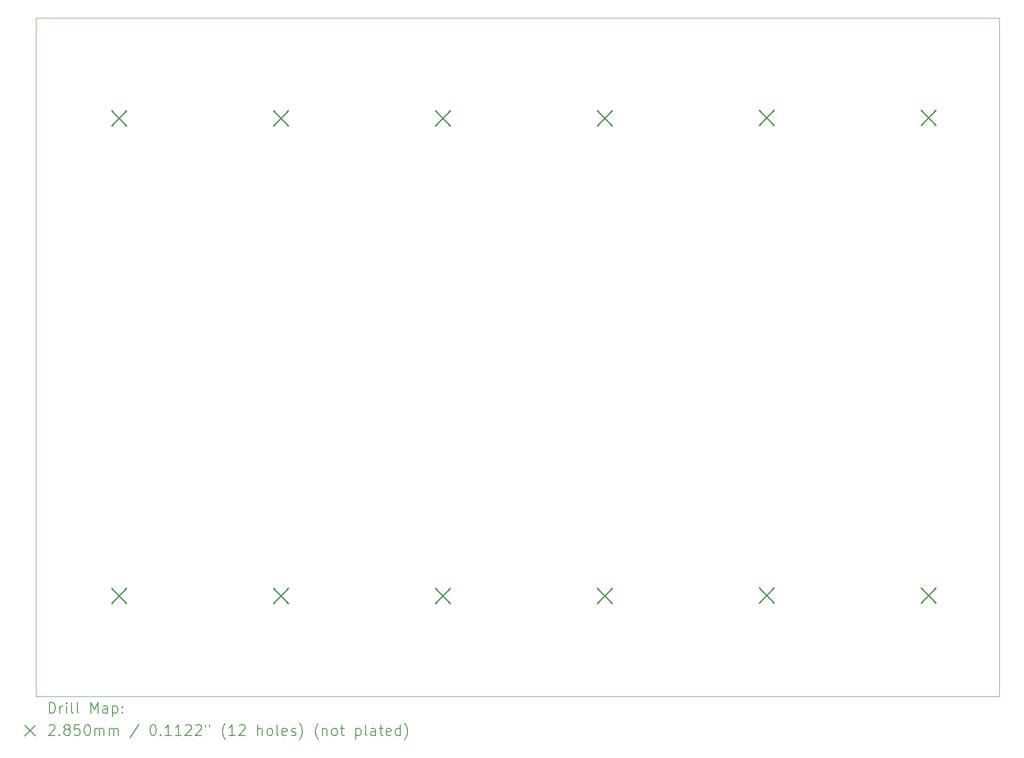
<source format=gbr>
%TF.GenerationSoftware,KiCad,Pcbnew,7.0.5*%
%TF.CreationDate,2023-12-07T16:07:00+01:00*%
%TF.ProjectId,Z80-Backplane,5a38302d-4261-4636-9b70-6c616e652e6b,rev?*%
%TF.SameCoordinates,Original*%
%TF.FileFunction,Drillmap*%
%TF.FilePolarity,Positive*%
%FSLAX45Y45*%
G04 Gerber Fmt 4.5, Leading zero omitted, Abs format (unit mm)*
G04 Created by KiCad (PCBNEW 7.0.5) date 2023-12-07 16:07:00*
%MOMM*%
%LPD*%
G01*
G04 APERTURE LIST*
%ADD10C,0.100000*%
%ADD11C,0.200000*%
%ADD12C,0.285000*%
G04 APERTURE END LIST*
D10*
X22800000Y-4740000D02*
X22800000Y-17520000D01*
X4660000Y-4740000D02*
X4660000Y-11120000D01*
X4660000Y-11120000D02*
X4660000Y-17520000D01*
X4660000Y-17520000D02*
X22800000Y-17520000D01*
X22800000Y-4740000D02*
X4660000Y-4740000D01*
D11*
D12*
X6081500Y-6482500D02*
X6366500Y-6767500D01*
X6366500Y-6482500D02*
X6081500Y-6767500D01*
X6081500Y-15482500D02*
X6366500Y-15767500D01*
X6366500Y-15482500D02*
X6081500Y-15767500D01*
X9129500Y-6482500D02*
X9414500Y-6767500D01*
X9414500Y-6482500D02*
X9129500Y-6767500D01*
X9129500Y-15482500D02*
X9414500Y-15767500D01*
X9414500Y-15482500D02*
X9129500Y-15767500D01*
X12177500Y-6482500D02*
X12462500Y-6767500D01*
X12462500Y-6482500D02*
X12177500Y-6767500D01*
X12177500Y-15482500D02*
X12462500Y-15767500D01*
X12462500Y-15482500D02*
X12177500Y-15767500D01*
X15225500Y-6482500D02*
X15510500Y-6767500D01*
X15510500Y-6482500D02*
X15225500Y-6767500D01*
X15225500Y-15482500D02*
X15510500Y-15767500D01*
X15510500Y-15482500D02*
X15225500Y-15767500D01*
X18273500Y-6474500D02*
X18558500Y-6759500D01*
X18558500Y-6474500D02*
X18273500Y-6759500D01*
X18273500Y-15474500D02*
X18558500Y-15759500D01*
X18558500Y-15474500D02*
X18273500Y-15759500D01*
X21321500Y-6477500D02*
X21606500Y-6762500D01*
X21606500Y-6477500D02*
X21321500Y-6762500D01*
X21321500Y-15477500D02*
X21606500Y-15762500D01*
X21606500Y-15477500D02*
X21321500Y-15762500D01*
D11*
X4915777Y-17836484D02*
X4915777Y-17636484D01*
X4915777Y-17636484D02*
X4963396Y-17636484D01*
X4963396Y-17636484D02*
X4991967Y-17646008D01*
X4991967Y-17646008D02*
X5011015Y-17665055D01*
X5011015Y-17665055D02*
X5020539Y-17684103D01*
X5020539Y-17684103D02*
X5030063Y-17722198D01*
X5030063Y-17722198D02*
X5030063Y-17750770D01*
X5030063Y-17750770D02*
X5020539Y-17788865D01*
X5020539Y-17788865D02*
X5011015Y-17807912D01*
X5011015Y-17807912D02*
X4991967Y-17826960D01*
X4991967Y-17826960D02*
X4963396Y-17836484D01*
X4963396Y-17836484D02*
X4915777Y-17836484D01*
X5115777Y-17836484D02*
X5115777Y-17703150D01*
X5115777Y-17741246D02*
X5125301Y-17722198D01*
X5125301Y-17722198D02*
X5134824Y-17712674D01*
X5134824Y-17712674D02*
X5153872Y-17703150D01*
X5153872Y-17703150D02*
X5172920Y-17703150D01*
X5239586Y-17836484D02*
X5239586Y-17703150D01*
X5239586Y-17636484D02*
X5230063Y-17646008D01*
X5230063Y-17646008D02*
X5239586Y-17655531D01*
X5239586Y-17655531D02*
X5249110Y-17646008D01*
X5249110Y-17646008D02*
X5239586Y-17636484D01*
X5239586Y-17636484D02*
X5239586Y-17655531D01*
X5363396Y-17836484D02*
X5344348Y-17826960D01*
X5344348Y-17826960D02*
X5334824Y-17807912D01*
X5334824Y-17807912D02*
X5334824Y-17636484D01*
X5468158Y-17836484D02*
X5449110Y-17826960D01*
X5449110Y-17826960D02*
X5439586Y-17807912D01*
X5439586Y-17807912D02*
X5439586Y-17636484D01*
X5696729Y-17836484D02*
X5696729Y-17636484D01*
X5696729Y-17636484D02*
X5763396Y-17779341D01*
X5763396Y-17779341D02*
X5830062Y-17636484D01*
X5830062Y-17636484D02*
X5830062Y-17836484D01*
X6011015Y-17836484D02*
X6011015Y-17731722D01*
X6011015Y-17731722D02*
X6001491Y-17712674D01*
X6001491Y-17712674D02*
X5982443Y-17703150D01*
X5982443Y-17703150D02*
X5944348Y-17703150D01*
X5944348Y-17703150D02*
X5925301Y-17712674D01*
X6011015Y-17826960D02*
X5991967Y-17836484D01*
X5991967Y-17836484D02*
X5944348Y-17836484D01*
X5944348Y-17836484D02*
X5925301Y-17826960D01*
X5925301Y-17826960D02*
X5915777Y-17807912D01*
X5915777Y-17807912D02*
X5915777Y-17788865D01*
X5915777Y-17788865D02*
X5925301Y-17769817D01*
X5925301Y-17769817D02*
X5944348Y-17760293D01*
X5944348Y-17760293D02*
X5991967Y-17760293D01*
X5991967Y-17760293D02*
X6011015Y-17750770D01*
X6106253Y-17703150D02*
X6106253Y-17903150D01*
X6106253Y-17712674D02*
X6125301Y-17703150D01*
X6125301Y-17703150D02*
X6163396Y-17703150D01*
X6163396Y-17703150D02*
X6182443Y-17712674D01*
X6182443Y-17712674D02*
X6191967Y-17722198D01*
X6191967Y-17722198D02*
X6201491Y-17741246D01*
X6201491Y-17741246D02*
X6201491Y-17798389D01*
X6201491Y-17798389D02*
X6191967Y-17817436D01*
X6191967Y-17817436D02*
X6182443Y-17826960D01*
X6182443Y-17826960D02*
X6163396Y-17836484D01*
X6163396Y-17836484D02*
X6125301Y-17836484D01*
X6125301Y-17836484D02*
X6106253Y-17826960D01*
X6287205Y-17817436D02*
X6296729Y-17826960D01*
X6296729Y-17826960D02*
X6287205Y-17836484D01*
X6287205Y-17836484D02*
X6277682Y-17826960D01*
X6277682Y-17826960D02*
X6287205Y-17817436D01*
X6287205Y-17817436D02*
X6287205Y-17836484D01*
X6287205Y-17712674D02*
X6296729Y-17722198D01*
X6296729Y-17722198D02*
X6287205Y-17731722D01*
X6287205Y-17731722D02*
X6277682Y-17722198D01*
X6277682Y-17722198D02*
X6287205Y-17712674D01*
X6287205Y-17712674D02*
X6287205Y-17731722D01*
X4455000Y-18065000D02*
X4655000Y-18265000D01*
X4655000Y-18065000D02*
X4455000Y-18265000D01*
X4906253Y-18075531D02*
X4915777Y-18066008D01*
X4915777Y-18066008D02*
X4934824Y-18056484D01*
X4934824Y-18056484D02*
X4982444Y-18056484D01*
X4982444Y-18056484D02*
X5001491Y-18066008D01*
X5001491Y-18066008D02*
X5011015Y-18075531D01*
X5011015Y-18075531D02*
X5020539Y-18094579D01*
X5020539Y-18094579D02*
X5020539Y-18113627D01*
X5020539Y-18113627D02*
X5011015Y-18142198D01*
X5011015Y-18142198D02*
X4896729Y-18256484D01*
X4896729Y-18256484D02*
X5020539Y-18256484D01*
X5106253Y-18237436D02*
X5115777Y-18246960D01*
X5115777Y-18246960D02*
X5106253Y-18256484D01*
X5106253Y-18256484D02*
X5096729Y-18246960D01*
X5096729Y-18246960D02*
X5106253Y-18237436D01*
X5106253Y-18237436D02*
X5106253Y-18256484D01*
X5230063Y-18142198D02*
X5211015Y-18132674D01*
X5211015Y-18132674D02*
X5201491Y-18123150D01*
X5201491Y-18123150D02*
X5191967Y-18104103D01*
X5191967Y-18104103D02*
X5191967Y-18094579D01*
X5191967Y-18094579D02*
X5201491Y-18075531D01*
X5201491Y-18075531D02*
X5211015Y-18066008D01*
X5211015Y-18066008D02*
X5230063Y-18056484D01*
X5230063Y-18056484D02*
X5268158Y-18056484D01*
X5268158Y-18056484D02*
X5287205Y-18066008D01*
X5287205Y-18066008D02*
X5296729Y-18075531D01*
X5296729Y-18075531D02*
X5306253Y-18094579D01*
X5306253Y-18094579D02*
X5306253Y-18104103D01*
X5306253Y-18104103D02*
X5296729Y-18123150D01*
X5296729Y-18123150D02*
X5287205Y-18132674D01*
X5287205Y-18132674D02*
X5268158Y-18142198D01*
X5268158Y-18142198D02*
X5230063Y-18142198D01*
X5230063Y-18142198D02*
X5211015Y-18151722D01*
X5211015Y-18151722D02*
X5201491Y-18161246D01*
X5201491Y-18161246D02*
X5191967Y-18180293D01*
X5191967Y-18180293D02*
X5191967Y-18218389D01*
X5191967Y-18218389D02*
X5201491Y-18237436D01*
X5201491Y-18237436D02*
X5211015Y-18246960D01*
X5211015Y-18246960D02*
X5230063Y-18256484D01*
X5230063Y-18256484D02*
X5268158Y-18256484D01*
X5268158Y-18256484D02*
X5287205Y-18246960D01*
X5287205Y-18246960D02*
X5296729Y-18237436D01*
X5296729Y-18237436D02*
X5306253Y-18218389D01*
X5306253Y-18218389D02*
X5306253Y-18180293D01*
X5306253Y-18180293D02*
X5296729Y-18161246D01*
X5296729Y-18161246D02*
X5287205Y-18151722D01*
X5287205Y-18151722D02*
X5268158Y-18142198D01*
X5487205Y-18056484D02*
X5391967Y-18056484D01*
X5391967Y-18056484D02*
X5382444Y-18151722D01*
X5382444Y-18151722D02*
X5391967Y-18142198D01*
X5391967Y-18142198D02*
X5411015Y-18132674D01*
X5411015Y-18132674D02*
X5458634Y-18132674D01*
X5458634Y-18132674D02*
X5477682Y-18142198D01*
X5477682Y-18142198D02*
X5487205Y-18151722D01*
X5487205Y-18151722D02*
X5496729Y-18170770D01*
X5496729Y-18170770D02*
X5496729Y-18218389D01*
X5496729Y-18218389D02*
X5487205Y-18237436D01*
X5487205Y-18237436D02*
X5477682Y-18246960D01*
X5477682Y-18246960D02*
X5458634Y-18256484D01*
X5458634Y-18256484D02*
X5411015Y-18256484D01*
X5411015Y-18256484D02*
X5391967Y-18246960D01*
X5391967Y-18246960D02*
X5382444Y-18237436D01*
X5620539Y-18056484D02*
X5639586Y-18056484D01*
X5639586Y-18056484D02*
X5658634Y-18066008D01*
X5658634Y-18066008D02*
X5668158Y-18075531D01*
X5668158Y-18075531D02*
X5677682Y-18094579D01*
X5677682Y-18094579D02*
X5687205Y-18132674D01*
X5687205Y-18132674D02*
X5687205Y-18180293D01*
X5687205Y-18180293D02*
X5677682Y-18218389D01*
X5677682Y-18218389D02*
X5668158Y-18237436D01*
X5668158Y-18237436D02*
X5658634Y-18246960D01*
X5658634Y-18246960D02*
X5639586Y-18256484D01*
X5639586Y-18256484D02*
X5620539Y-18256484D01*
X5620539Y-18256484D02*
X5601491Y-18246960D01*
X5601491Y-18246960D02*
X5591967Y-18237436D01*
X5591967Y-18237436D02*
X5582444Y-18218389D01*
X5582444Y-18218389D02*
X5572920Y-18180293D01*
X5572920Y-18180293D02*
X5572920Y-18132674D01*
X5572920Y-18132674D02*
X5582444Y-18094579D01*
X5582444Y-18094579D02*
X5591967Y-18075531D01*
X5591967Y-18075531D02*
X5601491Y-18066008D01*
X5601491Y-18066008D02*
X5620539Y-18056484D01*
X5772920Y-18256484D02*
X5772920Y-18123150D01*
X5772920Y-18142198D02*
X5782443Y-18132674D01*
X5782443Y-18132674D02*
X5801491Y-18123150D01*
X5801491Y-18123150D02*
X5830063Y-18123150D01*
X5830063Y-18123150D02*
X5849110Y-18132674D01*
X5849110Y-18132674D02*
X5858634Y-18151722D01*
X5858634Y-18151722D02*
X5858634Y-18256484D01*
X5858634Y-18151722D02*
X5868158Y-18132674D01*
X5868158Y-18132674D02*
X5887205Y-18123150D01*
X5887205Y-18123150D02*
X5915777Y-18123150D01*
X5915777Y-18123150D02*
X5934824Y-18132674D01*
X5934824Y-18132674D02*
X5944348Y-18151722D01*
X5944348Y-18151722D02*
X5944348Y-18256484D01*
X6039586Y-18256484D02*
X6039586Y-18123150D01*
X6039586Y-18142198D02*
X6049110Y-18132674D01*
X6049110Y-18132674D02*
X6068158Y-18123150D01*
X6068158Y-18123150D02*
X6096729Y-18123150D01*
X6096729Y-18123150D02*
X6115777Y-18132674D01*
X6115777Y-18132674D02*
X6125301Y-18151722D01*
X6125301Y-18151722D02*
X6125301Y-18256484D01*
X6125301Y-18151722D02*
X6134824Y-18132674D01*
X6134824Y-18132674D02*
X6153872Y-18123150D01*
X6153872Y-18123150D02*
X6182443Y-18123150D01*
X6182443Y-18123150D02*
X6201491Y-18132674D01*
X6201491Y-18132674D02*
X6211015Y-18151722D01*
X6211015Y-18151722D02*
X6211015Y-18256484D01*
X6601491Y-18046960D02*
X6430063Y-18304103D01*
X6858634Y-18056484D02*
X6877682Y-18056484D01*
X6877682Y-18056484D02*
X6896729Y-18066008D01*
X6896729Y-18066008D02*
X6906253Y-18075531D01*
X6906253Y-18075531D02*
X6915777Y-18094579D01*
X6915777Y-18094579D02*
X6925301Y-18132674D01*
X6925301Y-18132674D02*
X6925301Y-18180293D01*
X6925301Y-18180293D02*
X6915777Y-18218389D01*
X6915777Y-18218389D02*
X6906253Y-18237436D01*
X6906253Y-18237436D02*
X6896729Y-18246960D01*
X6896729Y-18246960D02*
X6877682Y-18256484D01*
X6877682Y-18256484D02*
X6858634Y-18256484D01*
X6858634Y-18256484D02*
X6839586Y-18246960D01*
X6839586Y-18246960D02*
X6830063Y-18237436D01*
X6830063Y-18237436D02*
X6820539Y-18218389D01*
X6820539Y-18218389D02*
X6811015Y-18180293D01*
X6811015Y-18180293D02*
X6811015Y-18132674D01*
X6811015Y-18132674D02*
X6820539Y-18094579D01*
X6820539Y-18094579D02*
X6830063Y-18075531D01*
X6830063Y-18075531D02*
X6839586Y-18066008D01*
X6839586Y-18066008D02*
X6858634Y-18056484D01*
X7011015Y-18237436D02*
X7020539Y-18246960D01*
X7020539Y-18246960D02*
X7011015Y-18256484D01*
X7011015Y-18256484D02*
X7001491Y-18246960D01*
X7001491Y-18246960D02*
X7011015Y-18237436D01*
X7011015Y-18237436D02*
X7011015Y-18256484D01*
X7211015Y-18256484D02*
X7096729Y-18256484D01*
X7153872Y-18256484D02*
X7153872Y-18056484D01*
X7153872Y-18056484D02*
X7134825Y-18085055D01*
X7134825Y-18085055D02*
X7115777Y-18104103D01*
X7115777Y-18104103D02*
X7096729Y-18113627D01*
X7401491Y-18256484D02*
X7287206Y-18256484D01*
X7344348Y-18256484D02*
X7344348Y-18056484D01*
X7344348Y-18056484D02*
X7325301Y-18085055D01*
X7325301Y-18085055D02*
X7306253Y-18104103D01*
X7306253Y-18104103D02*
X7287206Y-18113627D01*
X7477682Y-18075531D02*
X7487206Y-18066008D01*
X7487206Y-18066008D02*
X7506253Y-18056484D01*
X7506253Y-18056484D02*
X7553872Y-18056484D01*
X7553872Y-18056484D02*
X7572920Y-18066008D01*
X7572920Y-18066008D02*
X7582444Y-18075531D01*
X7582444Y-18075531D02*
X7591967Y-18094579D01*
X7591967Y-18094579D02*
X7591967Y-18113627D01*
X7591967Y-18113627D02*
X7582444Y-18142198D01*
X7582444Y-18142198D02*
X7468158Y-18256484D01*
X7468158Y-18256484D02*
X7591967Y-18256484D01*
X7668158Y-18075531D02*
X7677682Y-18066008D01*
X7677682Y-18066008D02*
X7696729Y-18056484D01*
X7696729Y-18056484D02*
X7744348Y-18056484D01*
X7744348Y-18056484D02*
X7763396Y-18066008D01*
X7763396Y-18066008D02*
X7772920Y-18075531D01*
X7772920Y-18075531D02*
X7782444Y-18094579D01*
X7782444Y-18094579D02*
X7782444Y-18113627D01*
X7782444Y-18113627D02*
X7772920Y-18142198D01*
X7772920Y-18142198D02*
X7658634Y-18256484D01*
X7658634Y-18256484D02*
X7782444Y-18256484D01*
X7858634Y-18056484D02*
X7858634Y-18094579D01*
X7934825Y-18056484D02*
X7934825Y-18094579D01*
X8230063Y-18332674D02*
X8220539Y-18323150D01*
X8220539Y-18323150D02*
X8201491Y-18294579D01*
X8201491Y-18294579D02*
X8191968Y-18275531D01*
X8191968Y-18275531D02*
X8182444Y-18246960D01*
X8182444Y-18246960D02*
X8172920Y-18199341D01*
X8172920Y-18199341D02*
X8172920Y-18161246D01*
X8172920Y-18161246D02*
X8182444Y-18113627D01*
X8182444Y-18113627D02*
X8191968Y-18085055D01*
X8191968Y-18085055D02*
X8201491Y-18066008D01*
X8201491Y-18066008D02*
X8220539Y-18037436D01*
X8220539Y-18037436D02*
X8230063Y-18027912D01*
X8411015Y-18256484D02*
X8296729Y-18256484D01*
X8353872Y-18256484D02*
X8353872Y-18056484D01*
X8353872Y-18056484D02*
X8334825Y-18085055D01*
X8334825Y-18085055D02*
X8315777Y-18104103D01*
X8315777Y-18104103D02*
X8296729Y-18113627D01*
X8487206Y-18075531D02*
X8496730Y-18066008D01*
X8496730Y-18066008D02*
X8515777Y-18056484D01*
X8515777Y-18056484D02*
X8563396Y-18056484D01*
X8563396Y-18056484D02*
X8582444Y-18066008D01*
X8582444Y-18066008D02*
X8591968Y-18075531D01*
X8591968Y-18075531D02*
X8601491Y-18094579D01*
X8601491Y-18094579D02*
X8601491Y-18113627D01*
X8601491Y-18113627D02*
X8591968Y-18142198D01*
X8591968Y-18142198D02*
X8477682Y-18256484D01*
X8477682Y-18256484D02*
X8601491Y-18256484D01*
X8839587Y-18256484D02*
X8839587Y-18056484D01*
X8925301Y-18256484D02*
X8925301Y-18151722D01*
X8925301Y-18151722D02*
X8915777Y-18132674D01*
X8915777Y-18132674D02*
X8896730Y-18123150D01*
X8896730Y-18123150D02*
X8868158Y-18123150D01*
X8868158Y-18123150D02*
X8849111Y-18132674D01*
X8849111Y-18132674D02*
X8839587Y-18142198D01*
X9049111Y-18256484D02*
X9030063Y-18246960D01*
X9030063Y-18246960D02*
X9020539Y-18237436D01*
X9020539Y-18237436D02*
X9011015Y-18218389D01*
X9011015Y-18218389D02*
X9011015Y-18161246D01*
X9011015Y-18161246D02*
X9020539Y-18142198D01*
X9020539Y-18142198D02*
X9030063Y-18132674D01*
X9030063Y-18132674D02*
X9049111Y-18123150D01*
X9049111Y-18123150D02*
X9077682Y-18123150D01*
X9077682Y-18123150D02*
X9096730Y-18132674D01*
X9096730Y-18132674D02*
X9106253Y-18142198D01*
X9106253Y-18142198D02*
X9115777Y-18161246D01*
X9115777Y-18161246D02*
X9115777Y-18218389D01*
X9115777Y-18218389D02*
X9106253Y-18237436D01*
X9106253Y-18237436D02*
X9096730Y-18246960D01*
X9096730Y-18246960D02*
X9077682Y-18256484D01*
X9077682Y-18256484D02*
X9049111Y-18256484D01*
X9230063Y-18256484D02*
X9211015Y-18246960D01*
X9211015Y-18246960D02*
X9201492Y-18227912D01*
X9201492Y-18227912D02*
X9201492Y-18056484D01*
X9382444Y-18246960D02*
X9363396Y-18256484D01*
X9363396Y-18256484D02*
X9325301Y-18256484D01*
X9325301Y-18256484D02*
X9306253Y-18246960D01*
X9306253Y-18246960D02*
X9296730Y-18227912D01*
X9296730Y-18227912D02*
X9296730Y-18151722D01*
X9296730Y-18151722D02*
X9306253Y-18132674D01*
X9306253Y-18132674D02*
X9325301Y-18123150D01*
X9325301Y-18123150D02*
X9363396Y-18123150D01*
X9363396Y-18123150D02*
X9382444Y-18132674D01*
X9382444Y-18132674D02*
X9391968Y-18151722D01*
X9391968Y-18151722D02*
X9391968Y-18170770D01*
X9391968Y-18170770D02*
X9296730Y-18189817D01*
X9468158Y-18246960D02*
X9487206Y-18256484D01*
X9487206Y-18256484D02*
X9525301Y-18256484D01*
X9525301Y-18256484D02*
X9544349Y-18246960D01*
X9544349Y-18246960D02*
X9553873Y-18227912D01*
X9553873Y-18227912D02*
X9553873Y-18218389D01*
X9553873Y-18218389D02*
X9544349Y-18199341D01*
X9544349Y-18199341D02*
X9525301Y-18189817D01*
X9525301Y-18189817D02*
X9496730Y-18189817D01*
X9496730Y-18189817D02*
X9477682Y-18180293D01*
X9477682Y-18180293D02*
X9468158Y-18161246D01*
X9468158Y-18161246D02*
X9468158Y-18151722D01*
X9468158Y-18151722D02*
X9477682Y-18132674D01*
X9477682Y-18132674D02*
X9496730Y-18123150D01*
X9496730Y-18123150D02*
X9525301Y-18123150D01*
X9525301Y-18123150D02*
X9544349Y-18132674D01*
X9620539Y-18332674D02*
X9630063Y-18323150D01*
X9630063Y-18323150D02*
X9649111Y-18294579D01*
X9649111Y-18294579D02*
X9658634Y-18275531D01*
X9658634Y-18275531D02*
X9668158Y-18246960D01*
X9668158Y-18246960D02*
X9677682Y-18199341D01*
X9677682Y-18199341D02*
X9677682Y-18161246D01*
X9677682Y-18161246D02*
X9668158Y-18113627D01*
X9668158Y-18113627D02*
X9658634Y-18085055D01*
X9658634Y-18085055D02*
X9649111Y-18066008D01*
X9649111Y-18066008D02*
X9630063Y-18037436D01*
X9630063Y-18037436D02*
X9620539Y-18027912D01*
X9982444Y-18332674D02*
X9972920Y-18323150D01*
X9972920Y-18323150D02*
X9953873Y-18294579D01*
X9953873Y-18294579D02*
X9944349Y-18275531D01*
X9944349Y-18275531D02*
X9934825Y-18246960D01*
X9934825Y-18246960D02*
X9925301Y-18199341D01*
X9925301Y-18199341D02*
X9925301Y-18161246D01*
X9925301Y-18161246D02*
X9934825Y-18113627D01*
X9934825Y-18113627D02*
X9944349Y-18085055D01*
X9944349Y-18085055D02*
X9953873Y-18066008D01*
X9953873Y-18066008D02*
X9972920Y-18037436D01*
X9972920Y-18037436D02*
X9982444Y-18027912D01*
X10058634Y-18123150D02*
X10058634Y-18256484D01*
X10058634Y-18142198D02*
X10068158Y-18132674D01*
X10068158Y-18132674D02*
X10087206Y-18123150D01*
X10087206Y-18123150D02*
X10115777Y-18123150D01*
X10115777Y-18123150D02*
X10134825Y-18132674D01*
X10134825Y-18132674D02*
X10144349Y-18151722D01*
X10144349Y-18151722D02*
X10144349Y-18256484D01*
X10268158Y-18256484D02*
X10249111Y-18246960D01*
X10249111Y-18246960D02*
X10239587Y-18237436D01*
X10239587Y-18237436D02*
X10230063Y-18218389D01*
X10230063Y-18218389D02*
X10230063Y-18161246D01*
X10230063Y-18161246D02*
X10239587Y-18142198D01*
X10239587Y-18142198D02*
X10249111Y-18132674D01*
X10249111Y-18132674D02*
X10268158Y-18123150D01*
X10268158Y-18123150D02*
X10296730Y-18123150D01*
X10296730Y-18123150D02*
X10315777Y-18132674D01*
X10315777Y-18132674D02*
X10325301Y-18142198D01*
X10325301Y-18142198D02*
X10334825Y-18161246D01*
X10334825Y-18161246D02*
X10334825Y-18218389D01*
X10334825Y-18218389D02*
X10325301Y-18237436D01*
X10325301Y-18237436D02*
X10315777Y-18246960D01*
X10315777Y-18246960D02*
X10296730Y-18256484D01*
X10296730Y-18256484D02*
X10268158Y-18256484D01*
X10391968Y-18123150D02*
X10468158Y-18123150D01*
X10420539Y-18056484D02*
X10420539Y-18227912D01*
X10420539Y-18227912D02*
X10430063Y-18246960D01*
X10430063Y-18246960D02*
X10449111Y-18256484D01*
X10449111Y-18256484D02*
X10468158Y-18256484D01*
X10687206Y-18123150D02*
X10687206Y-18323150D01*
X10687206Y-18132674D02*
X10706254Y-18123150D01*
X10706254Y-18123150D02*
X10744349Y-18123150D01*
X10744349Y-18123150D02*
X10763396Y-18132674D01*
X10763396Y-18132674D02*
X10772920Y-18142198D01*
X10772920Y-18142198D02*
X10782444Y-18161246D01*
X10782444Y-18161246D02*
X10782444Y-18218389D01*
X10782444Y-18218389D02*
X10772920Y-18237436D01*
X10772920Y-18237436D02*
X10763396Y-18246960D01*
X10763396Y-18246960D02*
X10744349Y-18256484D01*
X10744349Y-18256484D02*
X10706254Y-18256484D01*
X10706254Y-18256484D02*
X10687206Y-18246960D01*
X10896730Y-18256484D02*
X10877682Y-18246960D01*
X10877682Y-18246960D02*
X10868158Y-18227912D01*
X10868158Y-18227912D02*
X10868158Y-18056484D01*
X11058635Y-18256484D02*
X11058635Y-18151722D01*
X11058635Y-18151722D02*
X11049111Y-18132674D01*
X11049111Y-18132674D02*
X11030063Y-18123150D01*
X11030063Y-18123150D02*
X10991968Y-18123150D01*
X10991968Y-18123150D02*
X10972920Y-18132674D01*
X11058635Y-18246960D02*
X11039587Y-18256484D01*
X11039587Y-18256484D02*
X10991968Y-18256484D01*
X10991968Y-18256484D02*
X10972920Y-18246960D01*
X10972920Y-18246960D02*
X10963396Y-18227912D01*
X10963396Y-18227912D02*
X10963396Y-18208865D01*
X10963396Y-18208865D02*
X10972920Y-18189817D01*
X10972920Y-18189817D02*
X10991968Y-18180293D01*
X10991968Y-18180293D02*
X11039587Y-18180293D01*
X11039587Y-18180293D02*
X11058635Y-18170770D01*
X11125301Y-18123150D02*
X11201492Y-18123150D01*
X11153873Y-18056484D02*
X11153873Y-18227912D01*
X11153873Y-18227912D02*
X11163396Y-18246960D01*
X11163396Y-18246960D02*
X11182444Y-18256484D01*
X11182444Y-18256484D02*
X11201492Y-18256484D01*
X11344349Y-18246960D02*
X11325301Y-18256484D01*
X11325301Y-18256484D02*
X11287206Y-18256484D01*
X11287206Y-18256484D02*
X11268158Y-18246960D01*
X11268158Y-18246960D02*
X11258634Y-18227912D01*
X11258634Y-18227912D02*
X11258634Y-18151722D01*
X11258634Y-18151722D02*
X11268158Y-18132674D01*
X11268158Y-18132674D02*
X11287206Y-18123150D01*
X11287206Y-18123150D02*
X11325301Y-18123150D01*
X11325301Y-18123150D02*
X11344349Y-18132674D01*
X11344349Y-18132674D02*
X11353873Y-18151722D01*
X11353873Y-18151722D02*
X11353873Y-18170770D01*
X11353873Y-18170770D02*
X11258634Y-18189817D01*
X11525301Y-18256484D02*
X11525301Y-18056484D01*
X11525301Y-18246960D02*
X11506254Y-18256484D01*
X11506254Y-18256484D02*
X11468158Y-18256484D01*
X11468158Y-18256484D02*
X11449111Y-18246960D01*
X11449111Y-18246960D02*
X11439587Y-18237436D01*
X11439587Y-18237436D02*
X11430063Y-18218389D01*
X11430063Y-18218389D02*
X11430063Y-18161246D01*
X11430063Y-18161246D02*
X11439587Y-18142198D01*
X11439587Y-18142198D02*
X11449111Y-18132674D01*
X11449111Y-18132674D02*
X11468158Y-18123150D01*
X11468158Y-18123150D02*
X11506254Y-18123150D01*
X11506254Y-18123150D02*
X11525301Y-18132674D01*
X11601492Y-18332674D02*
X11611015Y-18323150D01*
X11611015Y-18323150D02*
X11630063Y-18294579D01*
X11630063Y-18294579D02*
X11639587Y-18275531D01*
X11639587Y-18275531D02*
X11649111Y-18246960D01*
X11649111Y-18246960D02*
X11658634Y-18199341D01*
X11658634Y-18199341D02*
X11658634Y-18161246D01*
X11658634Y-18161246D02*
X11649111Y-18113627D01*
X11649111Y-18113627D02*
X11639587Y-18085055D01*
X11639587Y-18085055D02*
X11630063Y-18066008D01*
X11630063Y-18066008D02*
X11611015Y-18037436D01*
X11611015Y-18037436D02*
X11601492Y-18027912D01*
M02*

</source>
